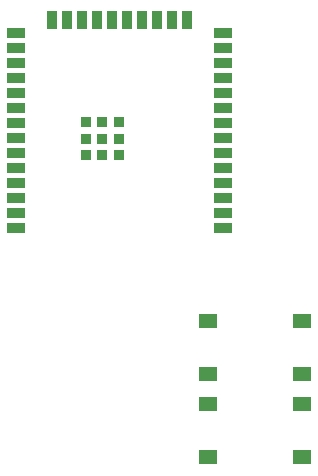
<source format=gbr>
%TF.GenerationSoftware,KiCad,Pcbnew,6.0.11+dfsg-1*%
%TF.CreationDate,2023-11-04T21:56:29+01:00*%
%TF.ProjectId,main_board,6d61696e-5f62-46f6-9172-642e6b696361,rev?*%
%TF.SameCoordinates,PX63add28PY3f58108*%
%TF.FileFunction,Paste,Bot*%
%TF.FilePolarity,Positive*%
%FSLAX46Y46*%
G04 Gerber Fmt 4.6, Leading zero omitted, Abs format (unit mm)*
G04 Created by KiCad (PCBNEW 6.0.11+dfsg-1) date 2023-11-04 21:56:29*
%MOMM*%
%LPD*%
G01*
G04 APERTURE LIST*
%ADD10R,1.550000X1.300000*%
%ADD11R,1.500000X0.900000*%
%ADD12R,0.900000X1.500000*%
%ADD13R,0.900000X0.900000*%
G04 APERTURE END LIST*
D10*
%TO.C,SW301*%
X55715000Y-47915000D03*
X63665000Y-47915000D03*
X55715000Y-52415000D03*
X63665000Y-52415000D03*
%TD*%
%TO.C,SW302*%
X63665000Y-40930000D03*
X55715000Y-40930000D03*
X55715000Y-45430000D03*
X63665000Y-45430000D03*
%TD*%
D11*
%TO.C,U3*%
X39510000Y-33020000D03*
X39510000Y-31750000D03*
X39510000Y-30480000D03*
X39510000Y-29210000D03*
X39510000Y-27940000D03*
X39510000Y-26670000D03*
X39510000Y-25400000D03*
X39510000Y-24130000D03*
X39510000Y-22860000D03*
X39510000Y-21590000D03*
X39510000Y-20320000D03*
X39510000Y-19050000D03*
X39510000Y-17780000D03*
X39510000Y-16510000D03*
D12*
X42545000Y-15415000D03*
X43815000Y-15415000D03*
X45085000Y-15415000D03*
X46355000Y-15415000D03*
X47625000Y-15415000D03*
X48895000Y-15415000D03*
X50165000Y-15415000D03*
X51435000Y-15415000D03*
X52705000Y-15415000D03*
X53975000Y-15415000D03*
D11*
X57010000Y-16510000D03*
X57010000Y-17780000D03*
X57010000Y-19050000D03*
X57010000Y-20320000D03*
X57010000Y-21590000D03*
X57010000Y-22860000D03*
X57010000Y-24130000D03*
X57010000Y-25400000D03*
X57010000Y-26670000D03*
X57010000Y-27940000D03*
X57010000Y-29210000D03*
X57010000Y-30480000D03*
X57010000Y-31750000D03*
X57010000Y-33020000D03*
D13*
X46760000Y-26855000D03*
X45360000Y-24055000D03*
X45360000Y-25455000D03*
X48160000Y-24055000D03*
X48160000Y-26855000D03*
X46760000Y-25455000D03*
X46760000Y-24055000D03*
X45360000Y-26855000D03*
X48160000Y-25455000D03*
%TD*%
M02*

</source>
